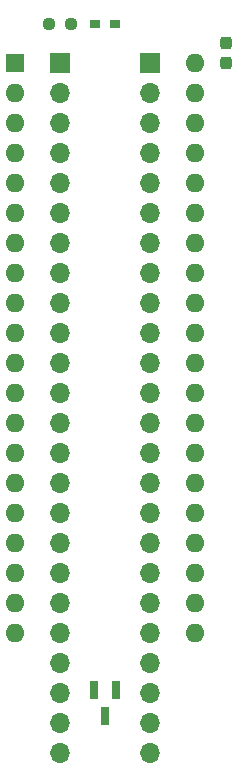
<source format=gbr>
G04 #@! TF.GenerationSoftware,KiCad,Pcbnew,8.0.4+dfsg-1*
G04 #@! TF.CreationDate,2025-02-23T13:48:32+09:00*
G04 #@! TF.ProjectId,bionic-ins8060,62696f6e-6963-42d6-996e-73383036302e,6*
G04 #@! TF.SameCoordinates,Original*
G04 #@! TF.FileFunction,Soldermask,Top*
G04 #@! TF.FilePolarity,Negative*
%FSLAX46Y46*%
G04 Gerber Fmt 4.6, Leading zero omitted, Abs format (unit mm)*
G04 Created by KiCad (PCBNEW 8.0.4+dfsg-1) date 2025-02-23 13:48:32*
%MOMM*%
%LPD*%
G01*
G04 APERTURE LIST*
G04 Aperture macros list*
%AMRoundRect*
0 Rectangle with rounded corners*
0 $1 Rounding radius*
0 $2 $3 $4 $5 $6 $7 $8 $9 X,Y pos of 4 corners*
0 Add a 4 corners polygon primitive as box body*
4,1,4,$2,$3,$4,$5,$6,$7,$8,$9,$2,$3,0*
0 Add four circle primitives for the rounded corners*
1,1,$1+$1,$2,$3*
1,1,$1+$1,$4,$5*
1,1,$1+$1,$6,$7*
1,1,$1+$1,$8,$9*
0 Add four rect primitives between the rounded corners*
20,1,$1+$1,$2,$3,$4,$5,0*
20,1,$1+$1,$4,$5,$6,$7,0*
20,1,$1+$1,$6,$7,$8,$9,0*
20,1,$1+$1,$8,$9,$2,$3,0*%
G04 Aperture macros list end*
%ADD10R,0.660400X1.625600*%
%ADD11R,1.600000X1.600000*%
%ADD12O,1.600000X1.600000*%
%ADD13O,1.700000X1.700000*%
%ADD14R,1.700000X1.700000*%
%ADD15R,0.965200X0.762000*%
%ADD16RoundRect,0.237500X0.237500X-0.300000X0.237500X0.300000X-0.237500X0.300000X-0.237500X-0.300000X0*%
%ADD17RoundRect,0.237500X0.250000X0.237500X-0.250000X0.237500X-0.250000X-0.237500X0.250000X-0.237500X0*%
G04 APERTURE END LIST*
D10*
X114650001Y-128166000D03*
X112749999Y-128166000D03*
X113700000Y-130298000D03*
D11*
X106080000Y-75080000D03*
D12*
X106080000Y-77620000D03*
X106080000Y-80160000D03*
X106080000Y-82700000D03*
X106080000Y-85240000D03*
X106080000Y-87780000D03*
X106080000Y-90320000D03*
X106080000Y-92860000D03*
X106080000Y-95400000D03*
X106080000Y-97940000D03*
X106080000Y-100480000D03*
X106080000Y-103020000D03*
X106080000Y-105560000D03*
X106080000Y-108100000D03*
X106080000Y-110640000D03*
X106080000Y-113180000D03*
X106080000Y-115720000D03*
X106080000Y-118260000D03*
X106080000Y-120800000D03*
X106080000Y-123340000D03*
X121320000Y-123340000D03*
X121320000Y-120800000D03*
X121320000Y-118260000D03*
X121320000Y-115720000D03*
X121320000Y-113180000D03*
X121320000Y-110640000D03*
X121320000Y-108100000D03*
X121320000Y-105560000D03*
X121320000Y-103020000D03*
X121320000Y-100480000D03*
X121320000Y-97940000D03*
X121320000Y-95400000D03*
X121320000Y-92860000D03*
X121320000Y-90320000D03*
X121320000Y-87780000D03*
X121320000Y-85240000D03*
X121320000Y-82700000D03*
X121320000Y-80160000D03*
X121320000Y-77620000D03*
X121320000Y-75080000D03*
D13*
X117510000Y-133500000D03*
X117510000Y-130960000D03*
X117510000Y-128420000D03*
X117510000Y-125880000D03*
X117510000Y-123340000D03*
X117510000Y-120800000D03*
X117510000Y-118260000D03*
X117510000Y-115720000D03*
X117510000Y-113180000D03*
X117510000Y-110640000D03*
X117510000Y-108100000D03*
X117510000Y-105560000D03*
X117510000Y-103020000D03*
X117510000Y-100480000D03*
X117510000Y-97940000D03*
X117510000Y-95400000D03*
X117510000Y-92860000D03*
X117510000Y-90320000D03*
X117510000Y-87780000D03*
X117510000Y-85240000D03*
X117510000Y-82700000D03*
X117510000Y-80160000D03*
X117510000Y-77620000D03*
D14*
X117510000Y-75080000D03*
X109890000Y-75080000D03*
D13*
X109890000Y-77620000D03*
X109890000Y-80160000D03*
X109890000Y-82700000D03*
X109890000Y-85240000D03*
X109890000Y-87780000D03*
X109890000Y-90320000D03*
X109890000Y-92860000D03*
X109890000Y-95400000D03*
X109890000Y-97940000D03*
X109890000Y-100480000D03*
X109890000Y-103020000D03*
X109890000Y-105560000D03*
X109890000Y-108100000D03*
X109890000Y-110640000D03*
X109890000Y-113180000D03*
X109890000Y-115720000D03*
X109890000Y-118260000D03*
X109890000Y-120800000D03*
X109890000Y-123340000D03*
X109890000Y-125880000D03*
X109890000Y-128420000D03*
X109890000Y-130960000D03*
X109890000Y-133500000D03*
D15*
X112823700Y-71778000D03*
X114576300Y-71778000D03*
D16*
X123910800Y-75080000D03*
X123910800Y-73355000D03*
D17*
X110802500Y-71778000D03*
X108977500Y-71778000D03*
M02*

</source>
